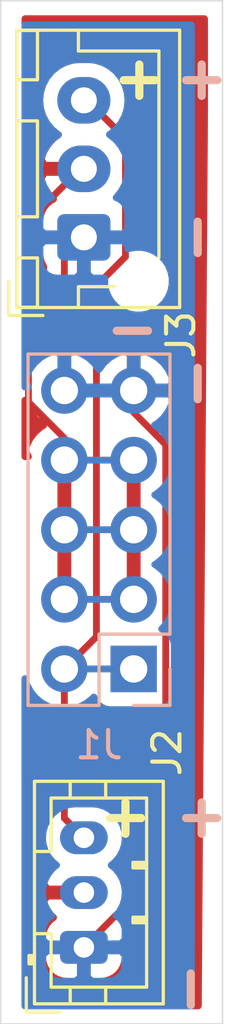
<source format=kicad_pcb>
(kicad_pcb (version 20171130) (host pcbnew "(5.1.0)-1")

  (general
    (thickness 1.6)
    (drawings 12)
    (tracks 29)
    (zones 0)
    (modules 3)
    (nets 4)
  )

  (page A4)
  (layers
    (0 F.Cu signal)
    (31 B.Cu signal)
    (32 B.Adhes user)
    (33 F.Adhes user)
    (34 B.Paste user)
    (35 F.Paste user)
    (36 B.SilkS user)
    (37 F.SilkS user)
    (38 B.Mask user)
    (39 F.Mask user)
    (40 Dwgs.User user)
    (41 Cmts.User user)
    (42 Eco1.User user)
    (43 Eco2.User user)
    (44 Edge.Cuts user)
    (45 Margin user)
    (46 B.CrtYd user)
    (47 F.CrtYd user)
    (48 B.Fab user)
    (49 F.Fab user)
  )

  (setup
    (last_trace_width 0.25)
    (trace_clearance 0.2)
    (zone_clearance 0.508)
    (zone_45_only no)
    (trace_min 0.2)
    (via_size 0.8)
    (via_drill 0.4)
    (via_min_size 0.4)
    (via_min_drill 0.3)
    (uvia_size 0.3)
    (uvia_drill 0.1)
    (uvias_allowed no)
    (uvia_min_size 0.2)
    (uvia_min_drill 0.1)
    (edge_width 0.05)
    (segment_width 0.2)
    (pcb_text_width 0.3)
    (pcb_text_size 1.5 1.5)
    (mod_edge_width 0.12)
    (mod_text_size 1 1)
    (mod_text_width 0.15)
    (pad_size 1.524 1.524)
    (pad_drill 0.762)
    (pad_to_mask_clearance 0.051)
    (solder_mask_min_width 0.25)
    (aux_axis_origin 0 0)
    (visible_elements FFFFFF7F)
    (pcbplotparams
      (layerselection 0x010fc_ffffffff)
      (usegerberextensions false)
      (usegerberattributes false)
      (usegerberadvancedattributes false)
      (creategerberjobfile false)
      (excludeedgelayer true)
      (linewidth 0.100000)
      (plotframeref false)
      (viasonmask false)
      (mode 1)
      (useauxorigin false)
      (hpglpennumber 1)
      (hpglpenspeed 20)
      (hpglpendiameter 15.000000)
      (psnegative false)
      (psa4output false)
      (plotreference true)
      (plotvalue true)
      (plotinvisibletext false)
      (padsonsilk false)
      (subtractmaskfromsilk false)
      (outputformat 1)
      (mirror false)
      (drillshape 0)
      (scaleselection 1)
      (outputdirectory "power_gerbers/"))
  )

  (net 0 "")
  (net 1 +12V)
  (net 2 GND)
  (net 3 -12V)

  (net_class Default "This is the default net class."
    (clearance 0.2)
    (trace_width 0.25)
    (via_dia 0.8)
    (via_drill 0.4)
    (uvia_dia 0.3)
    (uvia_drill 0.1)
    (add_net +12V)
    (add_net -12V)
    (add_net GND)
  )

  (module Connector_PinSocket_2.54mm:PinSocket_2x05_P2.54mm_Vertical (layer B.Cu) (tedit 5A19A42B) (tstamp 5CAB0CC6)
    (at 149.145001 106.68)
    (descr "Through hole straight socket strip, 2x05, 2.54mm pitch, double cols (from Kicad 4.0.7), script generated")
    (tags "Through hole socket strip THT 2x05 2.54mm double row")
    (path /5CB62BDE)
    (fp_text reference J1 (at -1.27 2.77) (layer B.SilkS)
      (effects (font (size 1 1) (thickness 0.15)) (justify mirror))
    )
    (fp_text value EuroPower (at 2.492999 -5.08 -90) (layer B.Fab)
      (effects (font (size 1 1) (thickness 0.15)) (justify mirror))
    )
    (fp_line (start -3.81 1.27) (end 0.27 1.27) (layer B.Fab) (width 0.1))
    (fp_line (start 0.27 1.27) (end 1.27 0.27) (layer B.Fab) (width 0.1))
    (fp_line (start 1.27 0.27) (end 1.27 -11.43) (layer B.Fab) (width 0.1))
    (fp_line (start 1.27 -11.43) (end -3.81 -11.43) (layer B.Fab) (width 0.1))
    (fp_line (start -3.81 -11.43) (end -3.81 1.27) (layer B.Fab) (width 0.1))
    (fp_line (start -3.87 1.33) (end -1.27 1.33) (layer B.SilkS) (width 0.12))
    (fp_line (start -3.87 1.33) (end -3.87 -11.49) (layer B.SilkS) (width 0.12))
    (fp_line (start -3.87 -11.49) (end 1.33 -11.49) (layer B.SilkS) (width 0.12))
    (fp_line (start 1.33 -1.27) (end 1.33 -11.49) (layer B.SilkS) (width 0.12))
    (fp_line (start -1.27 -1.27) (end 1.33 -1.27) (layer B.SilkS) (width 0.12))
    (fp_line (start -1.27 1.33) (end -1.27 -1.27) (layer B.SilkS) (width 0.12))
    (fp_line (start 1.33 1.33) (end 1.33 0) (layer B.SilkS) (width 0.12))
    (fp_line (start 0 1.33) (end 1.33 1.33) (layer B.SilkS) (width 0.12))
    (fp_line (start -4.34 1.8) (end 1.76 1.8) (layer B.CrtYd) (width 0.05))
    (fp_line (start 1.76 1.8) (end 1.76 -11.9) (layer B.CrtYd) (width 0.05))
    (fp_line (start 1.76 -11.9) (end -4.34 -11.9) (layer B.CrtYd) (width 0.05))
    (fp_line (start -4.34 -11.9) (end -4.34 1.8) (layer B.CrtYd) (width 0.05))
    (fp_text user %R (at -1.27 -5.08 -90) (layer B.Fab)
      (effects (font (size 1 1) (thickness 0.15)) (justify mirror))
    )
    (pad 1 thru_hole rect (at 0 0) (size 1.7 1.7) (drill 1) (layers *.Cu *.Mask)
      (net 1 +12V))
    (pad 2 thru_hole oval (at -2.54 0) (size 1.7 1.7) (drill 1) (layers *.Cu *.Mask)
      (net 1 +12V))
    (pad 3 thru_hole oval (at 0 -2.54) (size 1.7 1.7) (drill 1) (layers *.Cu *.Mask)
      (net 2 GND))
    (pad 4 thru_hole oval (at -2.54 -2.54) (size 1.7 1.7) (drill 1) (layers *.Cu *.Mask)
      (net 2 GND))
    (pad 5 thru_hole oval (at 0 -5.08) (size 1.7 1.7) (drill 1) (layers *.Cu *.Mask)
      (net 2 GND))
    (pad 6 thru_hole oval (at -2.54 -5.08) (size 1.7 1.7) (drill 1) (layers *.Cu *.Mask)
      (net 2 GND))
    (pad 7 thru_hole oval (at 0 -7.62) (size 1.7 1.7) (drill 1) (layers *.Cu *.Mask)
      (net 2 GND))
    (pad 8 thru_hole oval (at -2.54 -7.62) (size 1.7 1.7) (drill 1) (layers *.Cu *.Mask)
      (net 2 GND))
    (pad 9 thru_hole oval (at 0 -10.16) (size 1.7 1.7) (drill 1) (layers *.Cu *.Mask)
      (net 3 -12V))
    (pad 10 thru_hole oval (at -2.54 -10.16) (size 1.7 1.7) (drill 1) (layers *.Cu *.Mask)
      (net 3 -12V))
    (model ${KISYS3DMOD}/Connector_PinSocket_2.54mm.3dshapes/PinSocket_2x05_P2.54mm_Vertical.wrl
      (at (xyz 0 0 0))
      (scale (xyz 1 1 1))
      (rotate (xyz 0 0 0))
    )
  )

  (module Connector_JST:JST_PH_B3B-PH-K_1x03_P2.00mm_Vertical (layer F.Cu) (tedit 5B7745C2) (tstamp 5CAB0CF5)
    (at 147.32 116.84 90)
    (descr "JST PH series connector, B3B-PH-K (http://www.jst-mfg.com/product/pdf/eng/ePH.pdf), generated with kicad-footprint-generator")
    (tags "connector JST PH side entry")
    (path /5CB62DEA)
    (fp_text reference J2 (at 7.112 3.048 90) (layer F.SilkS)
      (effects (font (size 1 1) (thickness 0.15)))
    )
    (fp_text value JST-PH (at 2 4 90) (layer F.Fab)
      (effects (font (size 1 1) (thickness 0.15)))
    )
    (fp_line (start -2.06 -1.81) (end -2.06 2.91) (layer F.SilkS) (width 0.12))
    (fp_line (start -2.06 2.91) (end 6.06 2.91) (layer F.SilkS) (width 0.12))
    (fp_line (start 6.06 2.91) (end 6.06 -1.81) (layer F.SilkS) (width 0.12))
    (fp_line (start 6.06 -1.81) (end -2.06 -1.81) (layer F.SilkS) (width 0.12))
    (fp_line (start -0.3 -1.81) (end -0.3 -2.01) (layer F.SilkS) (width 0.12))
    (fp_line (start -0.3 -2.01) (end -0.6 -2.01) (layer F.SilkS) (width 0.12))
    (fp_line (start -0.6 -2.01) (end -0.6 -1.81) (layer F.SilkS) (width 0.12))
    (fp_line (start -0.3 -1.91) (end -0.6 -1.91) (layer F.SilkS) (width 0.12))
    (fp_line (start 0.5 -1.81) (end 0.5 -1.2) (layer F.SilkS) (width 0.12))
    (fp_line (start 0.5 -1.2) (end -1.45 -1.2) (layer F.SilkS) (width 0.12))
    (fp_line (start -1.45 -1.2) (end -1.45 2.3) (layer F.SilkS) (width 0.12))
    (fp_line (start -1.45 2.3) (end 5.45 2.3) (layer F.SilkS) (width 0.12))
    (fp_line (start 5.45 2.3) (end 5.45 -1.2) (layer F.SilkS) (width 0.12))
    (fp_line (start 5.45 -1.2) (end 3.5 -1.2) (layer F.SilkS) (width 0.12))
    (fp_line (start 3.5 -1.2) (end 3.5 -1.81) (layer F.SilkS) (width 0.12))
    (fp_line (start -2.06 -0.5) (end -1.45 -0.5) (layer F.SilkS) (width 0.12))
    (fp_line (start -2.06 0.8) (end -1.45 0.8) (layer F.SilkS) (width 0.12))
    (fp_line (start 6.06 -0.5) (end 5.45 -0.5) (layer F.SilkS) (width 0.12))
    (fp_line (start 6.06 0.8) (end 5.45 0.8) (layer F.SilkS) (width 0.12))
    (fp_line (start 0.9 2.3) (end 0.9 1.8) (layer F.SilkS) (width 0.12))
    (fp_line (start 0.9 1.8) (end 1.1 1.8) (layer F.SilkS) (width 0.12))
    (fp_line (start 1.1 1.8) (end 1.1 2.3) (layer F.SilkS) (width 0.12))
    (fp_line (start 1 2.3) (end 1 1.8) (layer F.SilkS) (width 0.12))
    (fp_line (start 2.9 2.3) (end 2.9 1.8) (layer F.SilkS) (width 0.12))
    (fp_line (start 2.9 1.8) (end 3.1 1.8) (layer F.SilkS) (width 0.12))
    (fp_line (start 3.1 1.8) (end 3.1 2.3) (layer F.SilkS) (width 0.12))
    (fp_line (start 3 2.3) (end 3 1.8) (layer F.SilkS) (width 0.12))
    (fp_line (start -1.11 -2.11) (end -2.36 -2.11) (layer F.SilkS) (width 0.12))
    (fp_line (start -2.36 -2.11) (end -2.36 -0.86) (layer F.SilkS) (width 0.12))
    (fp_line (start -1.11 -2.11) (end -2.36 -2.11) (layer F.Fab) (width 0.1))
    (fp_line (start -2.36 -2.11) (end -2.36 -0.86) (layer F.Fab) (width 0.1))
    (fp_line (start -1.95 -1.7) (end -1.95 2.8) (layer F.Fab) (width 0.1))
    (fp_line (start -1.95 2.8) (end 5.95 2.8) (layer F.Fab) (width 0.1))
    (fp_line (start 5.95 2.8) (end 5.95 -1.7) (layer F.Fab) (width 0.1))
    (fp_line (start 5.95 -1.7) (end -1.95 -1.7) (layer F.Fab) (width 0.1))
    (fp_line (start -2.45 -2.2) (end -2.45 3.3) (layer F.CrtYd) (width 0.05))
    (fp_line (start -2.45 3.3) (end 6.45 3.3) (layer F.CrtYd) (width 0.05))
    (fp_line (start 6.45 3.3) (end 6.45 -2.2) (layer F.CrtYd) (width 0.05))
    (fp_line (start 6.45 -2.2) (end -2.45 -2.2) (layer F.CrtYd) (width 0.05))
    (fp_text user %R (at 2 1.5 90) (layer F.Fab)
      (effects (font (size 1 1) (thickness 0.15)))
    )
    (pad 1 thru_hole roundrect (at 0 0 90) (size 1.2 1.75) (drill 0.75) (layers *.Cu *.Mask) (roundrect_rratio 0.208333)
      (net 3 -12V))
    (pad 2 thru_hole oval (at 2 0 90) (size 1.2 1.75) (drill 0.75) (layers *.Cu *.Mask)
      (net 2 GND))
    (pad 3 thru_hole oval (at 4 0 90) (size 1.2 1.75) (drill 0.75) (layers *.Cu *.Mask)
      (net 1 +12V))
    (model ${KISYS3DMOD}/Connector_JST.3dshapes/JST_PH_B3B-PH-K_1x03_P2.00mm_Vertical.wrl
      (at (xyz 0 0 0))
      (scale (xyz 1 1 1))
      (rotate (xyz 0 0 0))
    )
  )

  (module Connector_JST:JST_XH_B3B-XH-AM_1x03_P2.50mm_Vertical (layer F.Cu) (tedit 5C28146E) (tstamp 5CAB0D20)
    (at 147.32 90.932 90)
    (descr "JST XH series connector, B3B-XH-AM, with boss (http://www.jst-mfg.com/product/pdf/eng/eXH.pdf), generated with kicad-footprint-generator")
    (tags "connector JST XH vertical boss")
    (path /5CB63352)
    (fp_text reference J3 (at -3.556 3.556 90) (layer F.SilkS)
      (effects (font (size 1 1) (thickness 0.15)))
    )
    (fp_text value JST-XH (at 2.5 4.6 90) (layer F.Fab)
      (effects (font (size 1 1) (thickness 0.15)))
    )
    (fp_line (start -2.45 -2.35) (end -2.45 3.4) (layer F.Fab) (width 0.1))
    (fp_line (start -2.45 3.4) (end 7.45 3.4) (layer F.Fab) (width 0.1))
    (fp_line (start 7.45 3.4) (end 7.45 -2.35) (layer F.Fab) (width 0.1))
    (fp_line (start 7.45 -2.35) (end -2.45 -2.35) (layer F.Fab) (width 0.1))
    (fp_line (start -2.56 -2.46) (end -2.56 3.51) (layer F.SilkS) (width 0.12))
    (fp_line (start -2.56 3.51) (end 7.56 3.51) (layer F.SilkS) (width 0.12))
    (fp_line (start 7.56 3.51) (end 7.56 -2.46) (layer F.SilkS) (width 0.12))
    (fp_line (start 7.56 -2.46) (end -2.56 -2.46) (layer F.SilkS) (width 0.12))
    (fp_line (start -2.95 -2.85) (end -2.95 3.9) (layer F.CrtYd) (width 0.05))
    (fp_line (start -2.95 3.9) (end 7.95 3.9) (layer F.CrtYd) (width 0.05))
    (fp_line (start 7.95 3.9) (end 7.95 -2.85) (layer F.CrtYd) (width 0.05))
    (fp_line (start 7.95 -2.85) (end -2.95 -2.85) (layer F.CrtYd) (width 0.05))
    (fp_line (start -0.625 -2.35) (end 0 -1.35) (layer F.Fab) (width 0.1))
    (fp_line (start 0 -1.35) (end 0.625 -2.35) (layer F.Fab) (width 0.1))
    (fp_line (start 0.75 -2.45) (end 0.75 -1.7) (layer F.SilkS) (width 0.12))
    (fp_line (start 0.75 -1.7) (end 4.25 -1.7) (layer F.SilkS) (width 0.12))
    (fp_line (start 4.25 -1.7) (end 4.25 -2.45) (layer F.SilkS) (width 0.12))
    (fp_line (start 4.25 -2.45) (end 0.75 -2.45) (layer F.SilkS) (width 0.12))
    (fp_line (start -2.55 -2.45) (end -2.55 -1.7) (layer F.SilkS) (width 0.12))
    (fp_line (start -2.55 -1.7) (end -0.75 -1.7) (layer F.SilkS) (width 0.12))
    (fp_line (start -0.75 -1.7) (end -0.75 -2.45) (layer F.SilkS) (width 0.12))
    (fp_line (start -0.75 -2.45) (end -2.55 -2.45) (layer F.SilkS) (width 0.12))
    (fp_line (start 5.75 -2.45) (end 5.75 -1.7) (layer F.SilkS) (width 0.12))
    (fp_line (start 5.75 -1.7) (end 7.55 -1.7) (layer F.SilkS) (width 0.12))
    (fp_line (start 7.55 -1.7) (end 7.55 -2.45) (layer F.SilkS) (width 0.12))
    (fp_line (start 7.55 -2.45) (end 5.75 -2.45) (layer F.SilkS) (width 0.12))
    (fp_line (start -2.55 -0.2) (end -1.8 -0.2) (layer F.SilkS) (width 0.12))
    (fp_line (start -1.8 -0.2) (end -1.8 1.14) (layer F.SilkS) (width 0.12))
    (fp_line (start 2.5 2.75) (end -0.74 2.75) (layer F.SilkS) (width 0.12))
    (fp_line (start 7.55 -0.2) (end 6.8 -0.2) (layer F.SilkS) (width 0.12))
    (fp_line (start 6.8 -0.2) (end 6.8 2.75) (layer F.SilkS) (width 0.12))
    (fp_line (start 6.8 2.75) (end 2.5 2.75) (layer F.SilkS) (width 0.12))
    (fp_line (start -1.6 -2.75) (end -2.85 -2.75) (layer F.SilkS) (width 0.12))
    (fp_line (start -2.85 -2.75) (end -2.85 -1.5) (layer F.SilkS) (width 0.12))
    (fp_text user %R (at 2.5 2.7 90) (layer F.Fab)
      (effects (font (size 1 1) (thickness 0.15)))
    )
    (pad 1 thru_hole roundrect (at 0 0 90) (size 1.7 1.95) (drill 0.95) (layers *.Cu *.Mask) (roundrect_rratio 0.147059)
      (net 3 -12V))
    (pad 2 thru_hole oval (at 2.5 0 90) (size 1.7 1.95) (drill 0.95) (layers *.Cu *.Mask)
      (net 2 GND))
    (pad 3 thru_hole oval (at 5 0 90) (size 1.7 1.95) (drill 0.95) (layers *.Cu *.Mask)
      (net 1 +12V))
    (pad "" np_thru_hole circle (at -1.6 2 90) (size 1.2 1.2) (drill 1.2) (layers *.Cu *.Mask))
    (model ${KISYS3DMOD}/Connector_JST.3dshapes/JST_XH_B3B-XH-AM_1x03_P2.50mm_Vertical.wrl
      (at (xyz 0 0 0))
      (scale (xyz 1 1 1))
      (rotate (xyz 0 0 0))
    )
  )

  (gr_text - (at 151.384 96.266 90) (layer B.SilkS) (tstamp 5CAB1221)
    (effects (font (size 1.5 1.5) (thickness 0.3)))
  )
  (gr_text - (at 151.384 90.932 90) (layer B.SilkS) (tstamp 5CAB121F)
    (effects (font (size 1.5 1.5) (thickness 0.3)))
  )
  (gr_text + (at 151.638 112.014) (layer B.SilkS) (tstamp 5CAB11ED)
    (effects (font (size 1.5 1.5) (thickness 0.3)))
  )
  (gr_text - (at 151.13 118.364 90) (layer B.SilkS) (tstamp 5CAB11BB)
    (effects (font (size 1.5 1.5) (thickness 0.3)))
  )
  (gr_text - (at 149.098 94.234) (layer B.SilkS) (tstamp 5CAB11B8)
    (effects (font (size 1.5 1.5) (thickness 0.3)))
  )
  (gr_text + (at 151.638 85.09) (layer B.SilkS) (tstamp 5CAB11B5)
    (effects (font (size 1.5 1.5) (thickness 0.3)))
  )
  (gr_text + (at 148.844 112.014) (layer F.SilkS) (tstamp 5CAB1185)
    (effects (font (size 1.5 1.5) (thickness 0.3)))
  )
  (gr_text + (at 149.352 85.09) (layer F.SilkS)
    (effects (font (size 1.5 1.5) (thickness 0.3)))
  )
  (gr_line (start 152.4 82.296) (end 144.272 82.296) (layer Edge.Cuts) (width 0.05))
  (gr_line (start 152.4 119.634) (end 152.4 82.296) (layer Edge.Cuts) (width 0.05))
  (gr_line (start 144.272 119.634) (end 152.4 119.634) (layer Edge.Cuts) (width 0.05))
  (gr_line (start 144.272 82.296) (end 144.272 119.634) (layer Edge.Cuts) (width 0.05))

  (segment (start 146.605001 112.125001) (end 147.32 112.84) (width 0.25) (layer F.Cu) (net 1))
  (segment (start 146.605001 106.68) (end 146.605001 112.125001) (width 0.25) (layer F.Cu) (net 1))
  (segment (start 147.780002 105.504999) (end 147.455 105.830001) (width 0.25) (layer F.Cu) (net 1))
  (segment (start 147.780002 92.702996) (end 147.780002 105.504999) (width 0.25) (layer F.Cu) (net 1))
  (segment (start 148.844 91.638998) (end 147.780002 92.702996) (width 0.25) (layer F.Cu) (net 1))
  (segment (start 147.455 105.830001) (end 146.605001 106.68) (width 0.25) (layer F.Cu) (net 1))
  (segment (start 148.844 87.331) (end 148.844 91.638998) (width 0.25) (layer F.Cu) (net 1))
  (segment (start 147.445 85.932) (end 148.844 87.331) (width 0.25) (layer F.Cu) (net 1))
  (segment (start 147.32 85.932) (end 147.445 85.932) (width 0.25) (layer F.Cu) (net 1))
  (segment (start 147.807082 106.68) (end 149.145001 106.68) (width 0.25) (layer B.Cu) (net 1))
  (segment (start 146.605001 106.68) (end 147.807082 106.68) (width 0.25) (layer B.Cu) (net 1))
  (segment (start 147.807082 99.06) (end 149.145001 99.06) (width 0.25) (layer B.Cu) (net 2))
  (segment (start 146.605001 99.06) (end 147.807082 99.06) (width 0.25) (layer B.Cu) (net 2))
  (segment (start 149.145001 101.6) (end 146.605001 101.6) (width 0.25) (layer B.Cu) (net 2))
  (segment (start 146.605001 104.14) (end 149.145001 104.14) (width 0.25) (layer B.Cu) (net 2))
  (segment (start 147.195 88.432) (end 147.32 88.432) (width 0.25) (layer F.Cu) (net 2))
  (segment (start 145.288 90.339) (end 147.195 88.432) (width 0.25) (layer F.Cu) (net 2))
  (segment (start 145.288 96.942001) (end 145.288 90.339) (width 0.25) (layer F.Cu) (net 2))
  (segment (start 146.605001 98.259002) (end 145.288 96.942001) (width 0.25) (layer F.Cu) (net 2))
  (segment (start 146.605001 99.06) (end 146.605001 98.259002) (width 0.25) (layer F.Cu) (net 2))
  (segment (start 146.605001 91.646999) (end 147.32 90.932) (width 0.25) (layer F.Cu) (net 3))
  (segment (start 146.605001 96.52) (end 146.605001 91.646999) (width 0.25) (layer F.Cu) (net 3))
  (segment (start 147.807082 96.52) (end 149.145001 96.52) (width 0.25) (layer B.Cu) (net 3))
  (segment (start 146.605001 96.52) (end 147.807082 96.52) (width 0.25) (layer B.Cu) (net 3))
  (segment (start 147.99071 116.16929) (end 147.32 116.84) (width 0.25) (layer F.Cu) (net 3))
  (segment (start 150.320002 113.839998) (end 147.99071 116.16929) (width 0.25) (layer F.Cu) (net 3))
  (segment (start 150.320002 98.495999) (end 150.320002 113.839998) (width 0.25) (layer F.Cu) (net 3))
  (segment (start 149.145001 97.320998) (end 150.320002 98.495999) (width 0.25) (layer F.Cu) (net 3))
  (segment (start 149.145001 96.52) (end 149.145001 97.320998) (width 0.25) (layer F.Cu) (net 3))

  (zone (net 2) (net_name GND) (layer F.Cu) (tstamp 5CAB1257) (hatch edge 0.508)
    (connect_pads (clearance 0.508))
    (min_thickness 0.254)
    (fill yes (arc_segments 32) (thermal_gap 0.508) (thermal_bridge_width 0.508))
    (polygon
      (pts
        (xy 145.034 82.804) (xy 151.892 82.804) (xy 151.638 119.126) (xy 145.034 119.126)
      )
    )
    (filled_polygon
      (pts
        (xy 151.740001 86.378455) (xy 151.51206 118.974) (xy 145.161 118.974) (xy 145.161 107.035433) (xy 145.226402 107.251034)
        (xy 145.364295 107.509014) (xy 145.549867 107.735134) (xy 145.775987 107.920706) (xy 145.845001 107.957595) (xy 145.845002 112.087669)
        (xy 145.841325 112.125001) (xy 145.855999 112.273986) (xy 145.891063 112.38958) (xy 145.82787 112.597898) (xy 145.804025 112.84)
        (xy 145.82787 113.082102) (xy 145.898489 113.314901) (xy 146.013167 113.529449) (xy 146.167498 113.717502) (xy 146.317348 113.840481)
        (xy 146.253275 113.883693) (xy 146.081922 114.056526) (xy 145.947579 114.259467) (xy 145.855409 114.484718) (xy 145.851538 114.522391)
        (xy 145.976269 114.713) (xy 147.193 114.713) (xy 147.193 114.693) (xy 147.447 114.693) (xy 147.447 114.713)
        (xy 147.467 114.713) (xy 147.467 114.967) (xy 147.447 114.967) (xy 147.447 114.987) (xy 147.193 114.987)
        (xy 147.193 114.967) (xy 145.976269 114.967) (xy 145.851538 115.157609) (xy 145.855409 115.195282) (xy 145.947579 115.420533)
        (xy 146.081922 115.623474) (xy 146.206406 115.749033) (xy 146.201613 115.751595) (xy 146.067038 115.862038) (xy 145.956595 115.996613)
        (xy 145.874528 116.150149) (xy 145.823992 116.316745) (xy 145.806928 116.489999) (xy 145.806928 117.190001) (xy 145.823992 117.363255)
        (xy 145.874528 117.529851) (xy 145.956595 117.683387) (xy 146.067038 117.817962) (xy 146.201613 117.928405) (xy 146.355149 118.010472)
        (xy 146.521745 118.061008) (xy 146.694999 118.078072) (xy 147.945001 118.078072) (xy 148.118255 118.061008) (xy 148.284851 118.010472)
        (xy 148.438387 117.928405) (xy 148.572962 117.817962) (xy 148.683405 117.683387) (xy 148.765472 117.529851) (xy 148.816008 117.363255)
        (xy 148.833072 117.190001) (xy 148.833072 116.489999) (xy 148.825158 116.409643) (xy 150.831005 114.403797) (xy 150.860003 114.379999)
        (xy 150.954976 114.264274) (xy 151.025548 114.132245) (xy 151.069005 113.988984) (xy 151.080002 113.877331) (xy 151.080002 113.877322)
        (xy 151.083678 113.839999) (xy 151.080002 113.802676) (xy 151.080002 98.533321) (xy 151.083678 98.495998) (xy 151.080002 98.458675)
        (xy 151.080002 98.458666) (xy 151.069005 98.347013) (xy 151.025548 98.203752) (xy 150.954976 98.071723) (xy 150.860003 97.955998)
        (xy 150.831006 97.932201) (xy 150.323553 97.424749) (xy 150.385707 97.349014) (xy 150.5236 97.091034) (xy 150.608514 96.811111)
        (xy 150.637186 96.52) (xy 150.608514 96.228889) (xy 150.5236 95.948966) (xy 150.385707 95.690986) (xy 150.200135 95.464866)
        (xy 149.974015 95.279294) (xy 149.716035 95.141401) (xy 149.436112 95.056487) (xy 149.217951 95.035) (xy 149.072051 95.035)
        (xy 148.85389 95.056487) (xy 148.573967 95.141401) (xy 148.540002 95.159556) (xy 148.540002 93.496144) (xy 148.735008 93.626443)
        (xy 148.959764 93.71954) (xy 149.198363 93.767) (xy 149.441637 93.767) (xy 149.680236 93.71954) (xy 149.904992 93.626443)
        (xy 150.107267 93.491287) (xy 150.279287 93.319267) (xy 150.414443 93.116992) (xy 150.50754 92.892236) (xy 150.555 92.653637)
        (xy 150.555 92.410363) (xy 150.50754 92.171764) (xy 150.414443 91.947008) (xy 150.279287 91.744733) (xy 150.107267 91.572713)
        (xy 149.904992 91.437557) (xy 149.680236 91.34446) (xy 149.604 91.329296) (xy 149.604 87.368325) (xy 149.607676 87.331)
        (xy 149.604 87.293675) (xy 149.604 87.293667) (xy 149.593003 87.182014) (xy 149.549546 87.038753) (xy 149.478974 86.906724)
        (xy 149.384001 86.790999) (xy 149.355004 86.767202) (xy 148.885797 86.297995) (xy 148.908513 86.223111) (xy 148.937185 85.932)
        (xy 148.908513 85.640889) (xy 148.823599 85.360966) (xy 148.685706 85.102986) (xy 148.500134 84.876866) (xy 148.274014 84.691294)
        (xy 148.016034 84.553401) (xy 147.736111 84.468487) (xy 147.51795 84.447) (xy 147.12205 84.447) (xy 146.903889 84.468487)
        (xy 146.623966 84.553401) (xy 146.365986 84.691294) (xy 146.139866 84.876866) (xy 145.954294 85.102986) (xy 145.816401 85.360966)
        (xy 145.731487 85.640889) (xy 145.702815 85.932) (xy 145.731487 86.223111) (xy 145.816401 86.503034) (xy 145.954294 86.761014)
        (xy 146.139866 86.987134) (xy 146.365986 87.172706) (xy 146.391722 87.186462) (xy 146.185571 87.342951) (xy 145.992504 87.560807)
        (xy 145.845648 87.812142) (xy 145.753524 88.07511) (xy 145.874845 88.305) (xy 147.193 88.305) (xy 147.193 88.285)
        (xy 147.447 88.285) (xy 147.447 88.305) (xy 147.467 88.305) (xy 147.467 88.559) (xy 147.447 88.559)
        (xy 147.447 88.579) (xy 147.193 88.579) (xy 147.193 88.559) (xy 145.874845 88.559) (xy 145.753524 88.78889)
        (xy 145.845648 89.051858) (xy 145.992504 89.303193) (xy 146.185571 89.521049) (xy 146.206961 89.537286) (xy 146.101614 89.593595)
        (xy 145.967038 89.704038) (xy 145.856595 89.838614) (xy 145.774528 89.99215) (xy 145.723992 90.158746) (xy 145.706928 90.332)
        (xy 145.706928 91.532) (xy 145.723992 91.705254) (xy 145.774528 91.87185) (xy 145.845002 92.003697) (xy 145.845001 95.242405)
        (xy 145.775987 95.279294) (xy 145.549867 95.464866) (xy 145.364295 95.690986) (xy 145.226402 95.948966) (xy 145.161 96.164567)
        (xy 145.161 82.956) (xy 151.740001 82.956)
      )
    )
    (filled_polygon
      (pts
        (xy 149.272001 98.933) (xy 149.292001 98.933) (xy 149.292001 99.187) (xy 149.272001 99.187) (xy 149.272001 101.473)
        (xy 149.292001 101.473) (xy 149.292001 101.727) (xy 149.272001 101.727) (xy 149.272001 104.013) (xy 149.292001 104.013)
        (xy 149.292001 104.267) (xy 149.272001 104.267) (xy 149.272001 104.287) (xy 149.018001 104.287) (xy 149.018001 104.267)
        (xy 148.998001 104.267) (xy 148.998001 104.013) (xy 149.018001 104.013) (xy 149.018001 101.727) (xy 148.998001 101.727)
        (xy 148.998001 101.473) (xy 149.018001 101.473) (xy 149.018001 99.187) (xy 148.998001 99.187) (xy 148.998001 98.933)
        (xy 149.018001 98.933) (xy 149.018001 98.913) (xy 149.272001 98.913)
      )
    )
    (filled_polygon
      (pts
        (xy 146.732001 98.933) (xy 146.752001 98.933) (xy 146.752001 99.187) (xy 146.732001 99.187) (xy 146.732001 101.473)
        (xy 146.752001 101.473) (xy 146.752001 101.727) (xy 146.732001 101.727) (xy 146.732001 104.013) (xy 146.752001 104.013)
        (xy 146.752001 104.267) (xy 146.732001 104.267) (xy 146.732001 104.287) (xy 146.478001 104.287) (xy 146.478001 104.267)
        (xy 146.458001 104.267) (xy 146.458001 104.013) (xy 146.478001 104.013) (xy 146.478001 101.727) (xy 146.458001 101.727)
        (xy 146.458001 101.473) (xy 146.478001 101.473) (xy 146.478001 99.187) (xy 146.458001 99.187) (xy 146.458001 98.933)
        (xy 146.478001 98.933) (xy 146.478001 98.913) (xy 146.732001 98.913)
      )
    )
    (filled_polygon
      (pts
        (xy 145.226402 97.091034) (xy 145.364295 97.349014) (xy 145.549867 97.575134) (xy 145.775987 97.760706) (xy 145.840524 97.795201)
        (xy 145.723646 97.864822) (xy 145.507413 98.059731) (xy 145.33336 98.29308) (xy 145.208176 98.555901) (xy 145.163525 98.70311)
        (xy 145.284845 98.932998) (xy 145.161 98.932998) (xy 145.161 96.875433)
      )
    )
  )
  (zone (net 3) (net_name -12V) (layer B.Cu) (tstamp 5CAB1254) (hatch edge 0.508)
    (connect_pads (clearance 0.508))
    (min_thickness 0.254)
    (fill yes (arc_segments 32) (thermal_gap 0.508) (thermal_bridge_width 0.508))
    (polygon
      (pts
        (xy 145.034 83.058) (xy 151.384 83.058) (xy 151.384 119.126) (xy 145.034 119.126)
      )
    )
    (filled_polygon
      (pts
        (xy 151.257 118.974) (xy 145.161 118.974) (xy 145.161 117.44) (xy 145.806928 117.44) (xy 145.819188 117.564482)
        (xy 145.855498 117.68418) (xy 145.914463 117.794494) (xy 145.993815 117.891185) (xy 146.090506 117.970537) (xy 146.20082 118.029502)
        (xy 146.320518 118.065812) (xy 146.445 118.078072) (xy 147.03425 118.075) (xy 147.193 117.91625) (xy 147.193 116.967)
        (xy 147.447 116.967) (xy 147.447 117.91625) (xy 147.60575 118.075) (xy 148.195 118.078072) (xy 148.319482 118.065812)
        (xy 148.43918 118.029502) (xy 148.549494 117.970537) (xy 148.646185 117.891185) (xy 148.725537 117.794494) (xy 148.784502 117.68418)
        (xy 148.820812 117.564482) (xy 148.833072 117.44) (xy 148.83 117.12575) (xy 148.67125 116.967) (xy 147.447 116.967)
        (xy 147.193 116.967) (xy 145.96875 116.967) (xy 145.81 117.12575) (xy 145.806928 117.44) (xy 145.161 117.44)
        (xy 145.161 112.84) (xy 145.804025 112.84) (xy 145.82787 113.082102) (xy 145.898489 113.314901) (xy 146.013167 113.529449)
        (xy 146.167498 113.717502) (xy 146.316762 113.84) (xy 146.167498 113.962498) (xy 146.013167 114.150551) (xy 145.898489 114.365099)
        (xy 145.82787 114.597898) (xy 145.804025 114.84) (xy 145.82787 115.082102) (xy 145.898489 115.314901) (xy 146.013167 115.529449)
        (xy 146.139436 115.683309) (xy 146.090506 115.709463) (xy 145.993815 115.788815) (xy 145.914463 115.885506) (xy 145.855498 115.99582)
        (xy 145.819188 116.115518) (xy 145.806928 116.24) (xy 145.81 116.55425) (xy 145.96875 116.713) (xy 147.193 116.713)
        (xy 147.193 116.693) (xy 147.447 116.693) (xy 147.447 116.713) (xy 148.67125 116.713) (xy 148.83 116.55425)
        (xy 148.833072 116.24) (xy 148.820812 116.115518) (xy 148.784502 115.99582) (xy 148.725537 115.885506) (xy 148.646185 115.788815)
        (xy 148.549494 115.709463) (xy 148.500564 115.683309) (xy 148.626833 115.529449) (xy 148.741511 115.314901) (xy 148.81213 115.082102)
        (xy 148.835975 114.84) (xy 148.81213 114.597898) (xy 148.741511 114.365099) (xy 148.626833 114.150551) (xy 148.472502 113.962498)
        (xy 148.323238 113.84) (xy 148.472502 113.717502) (xy 148.626833 113.529449) (xy 148.741511 113.314901) (xy 148.81213 113.082102)
        (xy 148.835975 112.84) (xy 148.81213 112.597898) (xy 148.741511 112.365099) (xy 148.626833 112.150551) (xy 148.472502 111.962498)
        (xy 148.284449 111.808167) (xy 148.069901 111.693489) (xy 147.837102 111.62287) (xy 147.655665 111.605) (xy 146.984335 111.605)
        (xy 146.802898 111.62287) (xy 146.570099 111.693489) (xy 146.355551 111.808167) (xy 146.167498 111.962498) (xy 146.013167 112.150551)
        (xy 145.898489 112.365099) (xy 145.82787 112.597898) (xy 145.804025 112.84) (xy 145.161 112.84) (xy 145.161 107.035433)
        (xy 145.226402 107.251034) (xy 145.364295 107.509014) (xy 145.549867 107.735134) (xy 145.775987 107.920706) (xy 146.033967 108.058599)
        (xy 146.31389 108.143513) (xy 146.532051 108.165) (xy 146.677951 108.165) (xy 146.896112 108.143513) (xy 147.176035 108.058599)
        (xy 147.434015 107.920706) (xy 147.660135 107.735134) (xy 147.684608 107.705313) (xy 147.705499 107.77418) (xy 147.764464 107.884494)
        (xy 147.843816 107.981185) (xy 147.940507 108.060537) (xy 148.050821 108.119502) (xy 148.170519 108.155812) (xy 148.295001 108.168072)
        (xy 149.995001 108.168072) (xy 150.119483 108.155812) (xy 150.239181 108.119502) (xy 150.349495 108.060537) (xy 150.446186 107.981185)
        (xy 150.525538 107.884494) (xy 150.584503 107.77418) (xy 150.620813 107.654482) (xy 150.633073 107.53) (xy 150.633073 105.83)
        (xy 150.620813 105.705518) (xy 150.584503 105.58582) (xy 150.525538 105.475506) (xy 150.446186 105.378815) (xy 150.349495 105.299463)
        (xy 150.239181 105.240498) (xy 150.170314 105.219607) (xy 150.200135 105.195134) (xy 150.385707 104.969014) (xy 150.5236 104.711034)
        (xy 150.608514 104.431111) (xy 150.637186 104.14) (xy 150.608514 103.848889) (xy 150.5236 103.568966) (xy 150.385707 103.310986)
        (xy 150.200135 103.084866) (xy 149.974015 102.899294) (xy 149.91921 102.87) (xy 149.974015 102.840706) (xy 150.200135 102.655134)
        (xy 150.385707 102.429014) (xy 150.5236 102.171034) (xy 150.608514 101.891111) (xy 150.637186 101.6) (xy 150.608514 101.308889)
        (xy 150.5236 101.028966) (xy 150.385707 100.770986) (xy 150.200135 100.544866) (xy 149.974015 100.359294) (xy 149.91921 100.33)
        (xy 149.974015 100.300706) (xy 150.200135 100.115134) (xy 150.385707 99.889014) (xy 150.5236 99.631034) (xy 150.608514 99.351111)
        (xy 150.637186 99.06) (xy 150.608514 98.768889) (xy 150.5236 98.488966) (xy 150.385707 98.230986) (xy 150.200135 98.004866)
        (xy 149.974015 97.819294) (xy 149.909478 97.784799) (xy 150.026356 97.715178) (xy 150.242589 97.520269) (xy 150.416642 97.28692)
        (xy 150.541826 97.024099) (xy 150.586477 96.87689) (xy 150.465156 96.647) (xy 149.272001 96.647) (xy 149.272001 96.667)
        (xy 149.018001 96.667) (xy 149.018001 96.647) (xy 146.732001 96.647) (xy 146.732001 96.667) (xy 146.478001 96.667)
        (xy 146.478001 96.647) (xy 146.458001 96.647) (xy 146.458001 96.393) (xy 146.478001 96.393) (xy 146.478001 95.199186)
        (xy 146.732001 95.199186) (xy 146.732001 96.393) (xy 149.018001 96.393) (xy 149.018001 95.199186) (xy 149.272001 95.199186)
        (xy 149.272001 96.393) (xy 150.465156 96.393) (xy 150.586477 96.16311) (xy 150.541826 96.015901) (xy 150.416642 95.75308)
        (xy 150.242589 95.519731) (xy 150.026356 95.324822) (xy 149.776253 95.175843) (xy 149.501892 95.078519) (xy 149.272001 95.199186)
        (xy 149.018001 95.199186) (xy 148.78811 95.078519) (xy 148.513749 95.175843) (xy 148.263646 95.324822) (xy 148.047413 95.519731)
        (xy 147.875001 95.75088) (xy 147.702589 95.519731) (xy 147.486356 95.324822) (xy 147.236253 95.175843) (xy 146.961892 95.078519)
        (xy 146.732001 95.199186) (xy 146.478001 95.199186) (xy 146.24811 95.078519) (xy 145.973749 95.175843) (xy 145.723646 95.324822)
        (xy 145.507413 95.519731) (xy 145.33336 95.75308) (xy 145.208176 96.015901) (xy 145.163525 96.16311) (xy 145.284845 96.392998)
        (xy 145.161 96.392998) (xy 145.161 91.782) (xy 145.706928 91.782) (xy 145.719188 91.906482) (xy 145.755498 92.02618)
        (xy 145.814463 92.136494) (xy 145.893815 92.233185) (xy 145.990506 92.312537) (xy 146.10082 92.371502) (xy 146.220518 92.407812)
        (xy 146.345 92.420072) (xy 147.03425 92.417) (xy 147.193 92.25825) (xy 147.193 91.059) (xy 147.447 91.059)
        (xy 147.447 92.25825) (xy 147.60575 92.417) (xy 148.085 92.419136) (xy 148.085 92.653637) (xy 148.13246 92.892236)
        (xy 148.225557 93.116992) (xy 148.360713 93.319267) (xy 148.532733 93.491287) (xy 148.735008 93.626443) (xy 148.959764 93.71954)
        (xy 149.198363 93.767) (xy 149.441637 93.767) (xy 149.680236 93.71954) (xy 149.904992 93.626443) (xy 150.107267 93.491287)
        (xy 150.279287 93.319267) (xy 150.414443 93.116992) (xy 150.50754 92.892236) (xy 150.555 92.653637) (xy 150.555 92.410363)
        (xy 150.50754 92.171764) (xy 150.414443 91.947008) (xy 150.279287 91.744733) (xy 150.107267 91.572713) (xy 149.904992 91.437557)
        (xy 149.680236 91.34446) (xy 149.441637 91.297) (xy 149.198363 91.297) (xy 148.959764 91.34446) (xy 148.930755 91.356476)
        (xy 148.93 91.21775) (xy 148.77125 91.059) (xy 147.447 91.059) (xy 147.193 91.059) (xy 145.86875 91.059)
        (xy 145.71 91.21775) (xy 145.706928 91.782) (xy 145.161 91.782) (xy 145.161 85.932) (xy 145.702815 85.932)
        (xy 145.731487 86.223111) (xy 145.816401 86.503034) (xy 145.954294 86.761014) (xy 146.139866 86.987134) (xy 146.365986 87.172706)
        (xy 146.383374 87.182) (xy 146.365986 87.191294) (xy 146.139866 87.376866) (xy 145.954294 87.602986) (xy 145.816401 87.860966)
        (xy 145.731487 88.140889) (xy 145.702815 88.432) (xy 145.731487 88.723111) (xy 145.816401 89.003034) (xy 145.954294 89.261014)
        (xy 146.135608 89.481945) (xy 146.10082 89.492498) (xy 145.990506 89.551463) (xy 145.893815 89.630815) (xy 145.814463 89.727506)
        (xy 145.755498 89.83782) (xy 145.719188 89.957518) (xy 145.706928 90.082) (xy 145.71 90.64625) (xy 145.86875 90.805)
        (xy 147.193 90.805) (xy 147.193 90.785) (xy 147.447 90.785) (xy 147.447 90.805) (xy 148.77125 90.805)
        (xy 148.93 90.64625) (xy 148.933072 90.082) (xy 148.920812 89.957518) (xy 148.884502 89.83782) (xy 148.825537 89.727506)
        (xy 148.746185 89.630815) (xy 148.649494 89.551463) (xy 148.53918 89.492498) (xy 148.504392 89.481945) (xy 148.685706 89.261014)
        (xy 148.823599 89.003034) (xy 148.908513 88.723111) (xy 148.937185 88.432) (xy 148.908513 88.140889) (xy 148.823599 87.860966)
        (xy 148.685706 87.602986) (xy 148.500134 87.376866) (xy 148.274014 87.191294) (xy 148.256626 87.182) (xy 148.274014 87.172706)
        (xy 148.500134 86.987134) (xy 148.685706 86.761014) (xy 148.823599 86.503034) (xy 148.908513 86.223111) (xy 148.937185 85.932)
        (xy 148.908513 85.640889) (xy 148.823599 85.360966) (xy 148.685706 85.102986) (xy 148.500134 84.876866) (xy 148.274014 84.691294)
        (xy 148.016034 84.553401) (xy 147.736111 84.468487) (xy 147.51795 84.447) (xy 147.12205 84.447) (xy 146.903889 84.468487)
        (xy 146.623966 84.553401) (xy 146.365986 84.691294) (xy 146.139866 84.876866) (xy 145.954294 85.102986) (xy 145.816401 85.360966)
        (xy 145.731487 85.640889) (xy 145.702815 85.932) (xy 145.161 85.932) (xy 145.161 83.185) (xy 151.257 83.185)
      )
    )
  )
)

</source>
